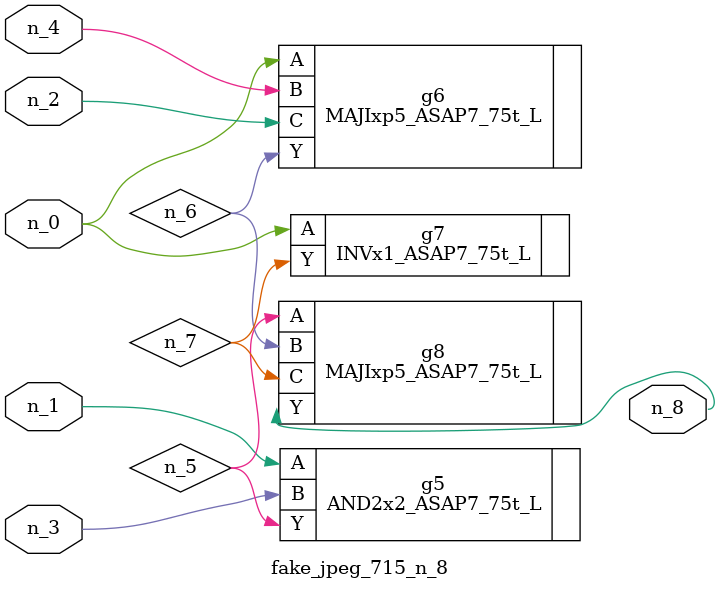
<source format=v>
module fake_jpeg_715_n_8 (n_3, n_2, n_1, n_0, n_4, n_8);

input n_3;
input n_2;
input n_1;
input n_0;
input n_4;

output n_8;

wire n_6;
wire n_5;
wire n_7;

AND2x2_ASAP7_75t_L g5 ( 
.A(n_1),
.B(n_3),
.Y(n_5)
);

MAJIxp5_ASAP7_75t_L g6 ( 
.A(n_0),
.B(n_4),
.C(n_2),
.Y(n_6)
);

INVx1_ASAP7_75t_L g7 ( 
.A(n_0),
.Y(n_7)
);

MAJIxp5_ASAP7_75t_L g8 ( 
.A(n_5),
.B(n_6),
.C(n_7),
.Y(n_8)
);


endmodule
</source>
